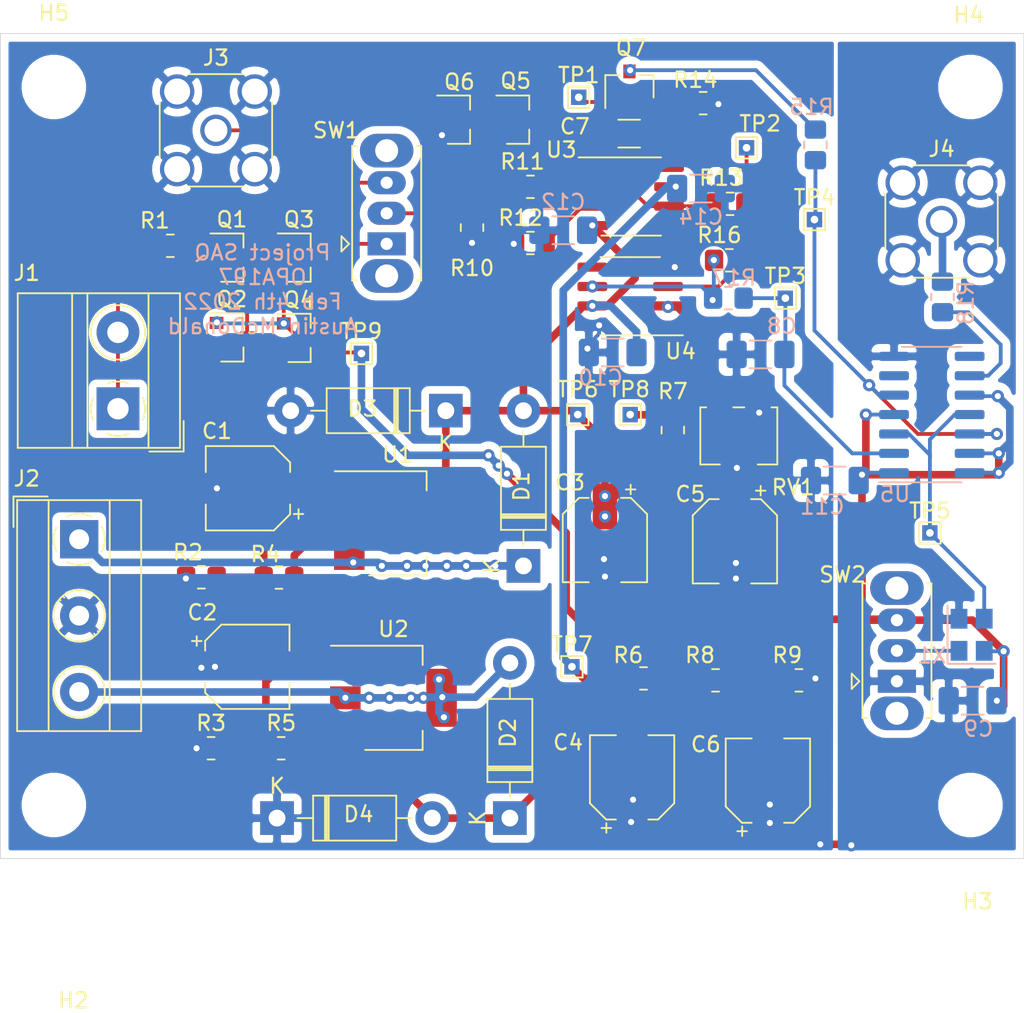
<source format=kicad_pcb>
(kicad_pcb (version 20171130) (host pcbnew "(5.1.8-0-10_14)")
  (layers (0 F.Cu signal) (31 B.Cu signal) (34 B.Paste user) (35 F.Paste user) (36 B.SilkS user) (37 F.SilkS user) (38 B.Mask user) (39 F.Mask user) (44 Edge.Cuts user))
  (net 0 "")
  (net 1 GND)
  (net 2 "Net-(C1-Pad1)")
  (net 3 "Net-(C2-Pad2)")
  (net 4 +3V3)
  (net 5 -3V3)
  (net 6 VDD)
  (net 7 VEE)
  (net 8 "Net-(C7-Pad2)")
  (net 9 "Net-(C7-Pad1)")
  (net 10 "Net-(C8-Pad1)")
  (net 11 "Net-(D1-Pad1)")
  (net 12 "Net-(D2-Pad2)")
  (net 13 "Net-(J1-Pad1)")
  (net 14 "Net-(J3-Pad1)")
  (net 15 "Net-(Q1-Pad1)")
  (net 16 "Net-(Q1-Pad2)")
  (net 17 "Net-(Q2-Pad1)")
  (net 18 "Net-(Q3-Pad3)")
  (net 19 "Net-(Q5-Pad1)")
  (net 20 "Net-(Q5-Pad2)")
  (net 21 "Net-(Q7-Pad3)")
  (net 22 "Net-(Q7-Pad2)")
  (net 23 "Net-(R6-Pad1)")
  (net 24 "Net-(R12-Pad2)")
  (net 25 "Net-(R13-Pad2)")
  (net 26 "Net-(R15-Pad2)")
  (net 27 "Net-(R16-Pad2)")
  (net 28 "Net-(R18-Pad1)")
  (net 29 "Net-(SW2-Pad2)")
  (net 30 "Net-(U3-Pad8)")
  (net 31 "Net-(U3-Pad5)")
  (net 32 "Net-(U3-Pad1)")
  (net 33 "Net-(U5-Pad6)")
  (net 34 CLK)
  (net 35 "Net-(J4-Pad1)")
  (net 36 "Net-(U5-Pad8)")
  (module Connector_Coaxial:SMA_Amphenol_132134_Vertical (layer F.Cu) (at 118.11 21.336)
    (fp_text reference J3 (at 0 -4.75) (layer F.SilkS))
    (fp_text value Conn_Coaxial)
    (pad 2 thru_hole circle (at -2.54 2.54) (size 2.25 2.25) (drill 1.7) (layers *.Cu *.Mask) (net 1 GND))
    (pad 2 thru_hole circle (at -2.54 -2.54) (size 2.25 2.25) (drill 1.7) (layers *.Cu *.Mask) (net 1 GND))
    (pad 2 thru_hole circle (at 2.54 -2.54) (size 2.25 2.25) (drill 1.7) (layers *.Cu *.Mask) (net 1 GND))
    (pad 2 thru_hole circle (at 2.54 2.54) (size 2.25 2.25) (drill 1.7) (layers *.Cu *.Mask) (net 1 GND))
    (pad 1 thru_hole circle (at 0 0) (size 2.05 2.05) (drill 1.5) (layers *.Cu *.Mask) (net 14 "Net-(J3-Pad1)"))
  )
  (module Package_SO:SOIC-14_3.9x8.7mm_P1.27mm (layer B.Cu) (at 164.973 39.9415)
    (fp_text reference U5 (at -2.413 5.207) (layer B.SilkS) (effects (justify mirror)))
    (fp_text value 74HC74)
    (pad 14 smd roundrect (at 2.475 3.81) (size 1.95 0.6) (layers B.Cu B.Paste B.Mask) (net 4 +3V3))
    (pad 13 smd roundrect (at 2.475 2.54) (size 1.95 0.6) (layers B.Cu B.Paste B.Mask) (net 4 +3V3))
    (pad 12 smd roundrect (at 2.475 1.27) (size 1.95 0.6) (layers B.Cu B.Paste B.Mask) (net 26 "Net-(R15-Pad2)"))
    (pad 11 smd roundrect (at 2.475 0) (size 1.95 0.6) (layers B.Cu B.Paste B.Mask) (net 34 CLK))
    (pad 10 smd roundrect (at 2.475 -1.27) (size 1.95 0.6) (layers B.Cu B.Paste B.Mask) (net 4 +3V3))
    (pad 9 smd roundrect (at 2.475 -2.54) (size 1.95 0.6) (layers B.Cu B.Paste B.Mask) (net 28 "Net-(R18-Pad1)"))
    (pad 8 smd roundrect (at 2.475 -3.81) (size 1.95 0.6) (layers B.Cu B.Paste B.Mask) (net 36 "Net-(U5-Pad8)"))
    (pad 7 smd roundrect (at -2.475 -3.81) (size 1.95 0.6) (layers B.Cu B.Paste B.Mask) (net 1 GND))
    (pad 6 smd roundrect (at -2.475 -2.54) (size 1.95 0.6) (layers B.Cu B.Paste B.Mask) (net 33 "Net-(U5-Pad6)"))
    (pad 5 smd roundrect (at -2.475 -1.27) (size 1.95 0.6) (layers B.Cu B.Paste B.Mask) (net 26 "Net-(R15-Pad2)"))
    (pad 4 smd roundrect (at -2.475 0) (size 1.95 0.6) (layers B.Cu B.Paste B.Mask) (net 4 +3V3))
    (pad 3 smd roundrect (at -2.475 1.27) (size 1.95 0.6) (layers B.Cu B.Paste B.Mask) (net 34 CLK))
    (pad 2 smd roundrect (at -2.475 2.54) (size 1.95 0.6) (layers B.Cu B.Paste B.Mask) (net 10 "Net-(C8-Pad1)"))
    (pad 1 smd roundrect (at -2.475 3.81) (size 1.95 0.6) (layers B.Cu B.Paste B.Mask) (net 4 +3V3))
  )
  (module Connector_Coaxial:SMA_Amphenol_132134_Vertical (layer F.Cu) (at 165.608 27.305)
    (fp_text reference J4 (at 0 -4.75) (layer F.SilkS))
    (fp_text value Conn_Coaxial)
    (pad 2 thru_hole circle (at -2.54 2.54) (size 2.25 2.25) (drill 1.7) (layers *.Cu *.Mask) (net 1 GND))
    (pad 2 thru_hole circle (at -2.54 -2.54) (size 2.25 2.25) (drill 1.7) (layers *.Cu *.Mask) (net 1 GND))
    (pad 2 thru_hole circle (at 2.54 -2.54) (size 2.25 2.25) (drill 1.7) (layers *.Cu *.Mask) (net 1 GND))
    (pad 2 thru_hole circle (at 2.54 2.54) (size 2.25 2.25) (drill 1.7) (layers *.Cu *.Mask) (net 1 GND))
    (pad 1 thru_hole circle (at 0 0) (size 2.05 2.05) (drill 1.5) (layers *.Cu *.Mask) (net 35 "Net-(J4-Pad1)"))
  )
  (module Capacitor_SMD:C_1206_3216Metric_Pad1.33x1.80mm_HandSolder (layer B.Cu) (at 149.86 25.146)
    (fp_text reference C14 (at 0 1.85) (layer B.SilkS) (effects (justify mirror)))
    (fp_text value 0.1u)
    (pad 2 smd roundrect (at 1.5625 0) (size 1.325 1.8) (layers B.Cu B.Paste B.Mask) (roundrect_rratio 0.188679) (net 1 GND))
    (pad 1 smd roundrect (at -1.5625 0) (size 1.325 1.8) (layers B.Cu B.Paste B.Mask) (roundrect_rratio 0.188679) (net 5 -3V3))
  )
  (module Capacitor_SMD:C_1206_3216Metric_Pad1.33x1.80mm_HandSolder (layer B.Cu) (at 140.843 27.8765 180)
    (fp_text reference C12 (at 0 1.85) (layer B.SilkS) (effects (justify mirror)))
    (fp_text value 0.1u)
    (pad 2 smd roundrect (at 1.5625 0 180) (size 1.325 1.8) (layers B.Cu B.Paste B.Mask) (roundrect_rratio 0.1886777358490566) (net 1 GND))
    (pad 1 smd roundrect (at -1.5625 0 180) (size 1.325 1.8) (layers B.Cu B.Paste B.Mask) (roundrect_rratio 0.1886777358490566) (net 4 +3V3))
  )
  (module Capacitor_SMD:C_1206_3216Metric_Pad1.33x1.80mm_HandSolder (layer B.Cu) (at 158.623 44.2595 180)
    (fp_text reference C11 (at 0.8255 -1.7145) (layer B.SilkS) (effects (justify mirror)))
    (fp_text value 0.1u)
    (pad 2 smd roundrect (at 1.5625 0 180) (size 1.325 1.8) (layers B.Cu B.Paste B.Mask) (roundrect_rratio 0.1886777358490566) (net 1 GND))
    (pad 1 smd roundrect (at -1.5625 0 180) (size 1.325 1.8) (layers B.Cu B.Paste B.Mask) (roundrect_rratio 0.1886777358490566) (net 4 +3V3))
  )
  (module Capacitor_SMD:C_1206_3216Metric_Pad1.33x1.80mm_HandSolder (layer B.Cu) (at 144.0815 35.8775 180)
    (fp_text reference C10 (at 0.787 -1.651) (layer B.SilkS) (effects (justify mirror)))
    (fp_text value 0.1u)
    (pad 2 smd roundrect (at 1.5625 0 180) (size 1.325 1.8) (layers B.Cu B.Paste B.Mask) (roundrect_rratio 0.1886777358490566) (net 1 GND))
    (pad 1 smd roundrect (at -1.5625 0 180) (size 1.325 1.8) (layers B.Cu B.Paste B.Mask) (roundrect_rratio 0.1886777358490566) (net 4 +3V3))
  )
  (module MountingHole:MountingHole_3.2mm_M3_DIN965 (layer F.Cu) (at 107.5 18.5)
    (fp_text reference H5 (at 0 -4.8475) (layer F.SilkS))
    (fp_text value MountingHole)
    (pad 1 np_thru_hole circle (at 0 0) (size 3.2 3.2) (drill 3.2) (layers *.Cu *.Mask))
  )
  (module MountingHole:MountingHole_3.2mm_M3_DIN965 (layer F.Cu) (at 167.5 18.5)
    (fp_text reference H4 (at -0.114 -4.7205) (layer F.SilkS))
    (fp_text value MountingHole)
    (pad 1 np_thru_hole circle (at 0 0) (size 3.2 3.2) (drill 3.2) (layers *.Cu *.Mask))
  )
  (module MountingHole:MountingHole_3.2mm_M3_DIN965 (layer F.Cu) (at 167.5 65.5)
    (fp_text reference H3 (at 0.4575 6.3185) (layer F.SilkS))
    (fp_text value MountingHole)
    (pad 1 np_thru_hole circle (at 0 0) (size 3.2 3.2) (drill 3.2) (layers *.Cu *.Mask))
  )
  (module MountingHole:MountingHole_3.2mm_M3_DIN965 (layer F.Cu) (at 107.5 65.5)
    (fp_text reference H2 (at 1.2755 12.7955) (layer F.SilkS))
    (fp_text value MountingHole)
    (pad 1 np_thru_hole circle (at 0 0) (size 3.2 3.2) (drill 3.2) (layers *.Cu *.Mask))
  )
  (module Package_SO:SOIC-8_3.9x4.9mm_P1.27mm (layer F.Cu) (at 145.226 32.1945 180)
    (fp_text reference U4 (at -3.29946 -3.60426) (layer F.SilkS))
    (fp_text value TLV3501)
    (pad 8 smd roundrect (at 2.475 -1.905 180) (size 1.95 0.6) (layers F.Cu F.Paste F.Mask) (net 1 GND))
    (pad 7 smd roundrect (at 2.475 -0.635 180) (size 1.95 0.6) (layers F.Cu F.Paste F.Mask) (net 4 +3V3))
    (pad 6 smd roundrect (at 2.475 0.635 180) (size 1.95 0.6) (layers F.Cu F.Paste F.Mask) (net 27 "Net-(R16-Pad2)"))
    (pad 5 smd roundrect (at 2.475 1.905 180) (size 1.95 0.6) (layers F.Cu F.Paste F.Mask))
    (pad 4 smd roundrect (at -2.475 1.905 180) (size 1.95 0.6) (layers F.Cu F.Paste F.Mask) (net 1 GND))
    (pad 3 smd roundrect (at -2.475 0.635 180) (size 1.95 0.6) (layers F.Cu F.Paste F.Mask) (net 25 "Net-(R13-Pad2)"))
    (pad 2 smd roundrect (at -2.475 -0.635 180) (size 1.95 0.6) (layers F.Cu F.Paste F.Mask) (net 6 VDD))
    (pad 1 smd roundrect (at -2.475 -1.905 180) (size 1.95 0.6) (layers F.Cu F.Paste F.Mask))
  )
  (module TestPoint:TestPoint_THTPad_1.0x1.0mm_Drill0.5mm (layer F.Cu) (at 127.635 35.941)
    (fp_text reference TP9 (at 0 -1.448) (layer F.SilkS))
    (fp_text value TestPoint_Alt)
    (pad 1 thru_hole rect (at 0 0) (size 1 1) (drill 0.5) (layers *.Cu *.Mask) (net 7 VEE))
  )
  (module TestPoint:TestPoint_THTPad_1.0x1.0mm_Drill0.5mm (layer F.Cu) (at 145.2245 39.9415)
    (fp_text reference TP8 (at -0.0635 -1.651) (layer F.SilkS))
    (fp_text value TestPoint_Alt)
    (pad 1 thru_hole rect (at 0 0) (size 1 1) (drill 0.5) (layers *.Cu *.Mask) (net 6 VDD))
  )
  (module TestPoint:TestPoint_THTPad_1.0x1.0mm_Drill0.5mm (layer F.Cu) (at 141.4145 56.4515)
    (fp_text reference TP7 (at 0 -1.448) (layer F.SilkS))
    (fp_text value TestPoint_Alt)
    (pad 1 thru_hole rect (at 0 0) (size 1 1) (drill 0.5) (layers *.Cu *.Mask) (net 5 -3V3))
  )
  (module TestPoint:TestPoint_THTPad_1.0x1.0mm_Drill0.5mm (layer F.Cu) (at 141.7955 39.9415)
    (fp_text reference TP6 (at 0 -1.651) (layer F.SilkS))
    (fp_text value TestPoint_Alt)
    (pad 1 thru_hole rect (at 0 0) (size 1 1) (drill 0.5) (layers *.Cu *.Mask) (net 4 +3V3))
  )
  (module TestPoint:TestPoint_THTPad_1.0x1.0mm_Drill0.5mm (layer F.Cu) (at 164.846 47.6885)
    (fp_text reference TP5 (at 0 -1.448) (layer F.SilkS))
    (fp_text value TestPoint_Alt)
    (pad 1 thru_hole rect (at 0 0) (size 1 1) (drill 0.5) (layers *.Cu *.Mask) (net 34 CLK))
  )
  (module TestPoint:TestPoint_THTPad_1.0x1.0mm_Drill0.5mm (layer F.Cu) (at 157.2895 27.178)
    (fp_text reference TP4 (at 0 -1.448) (layer F.SilkS))
    (fp_text value TestPoint_Alt)
    (pad 1 thru_hole rect (at 0 0) (size 1 1) (drill 0.5) (layers *.Cu *.Mask) (net 26 "Net-(R15-Pad2)"))
  )
  (module TestPoint:TestPoint_THTPad_1.0x1.0mm_Drill0.5mm (layer F.Cu) (at 155.3845 32.3215)
    (fp_text reference TP3 (at 0 -1.448) (layer F.SilkS))
    (fp_text value TestPoint_Alt)
    (pad 1 thru_hole rect (at 0 0) (size 1 1) (drill 0.5) (layers *.Cu *.Mask) (net 10 "Net-(C8-Pad1)"))
  )
  (module TestPoint:TestPoint_THTPad_1.0x1.0mm_Drill0.5mm (layer F.Cu) (at 152.8445 22.479)
    (fp_text reference TP2 (at 0.889 -1.5875) (layer F.SilkS))
    (fp_text value TestPoint_Alt)
    (pad 1 thru_hole rect (at 0 0) (size 1 1) (drill 0.5) (layers *.Cu *.Mask) (net 25 "Net-(R13-Pad2)"))
  )
  (module TestPoint:TestPoint_THTPad_1.0x1.0mm_Drill0.5mm (layer F.Cu) (at 141.859 19.177)
    (fp_text reference TP1 (at 0 -1.448) (layer F.SilkS))
    (fp_text value TestPoint_Alt)
    (pad 1 thru_hole rect (at 0 0) (size 1 1) (drill 0.5) (layers *.Cu *.Mask) (net 9 "Net-(C7-Pad1)"))
  )
  (module Oscillator:Oscillator_SMD_Abracon_ASE-4Pin_3.2x2.5mm (layer B.Cu) (at 167.5765 54.356 90)
    (fp_text reference X1 (at -1.3675 -2.603 180) (layer B.SilkS) (effects (justify mirror)))
    (fp_text value ASE-10.0MHz)
    (pad 4 smd rect (at -1.05 0.825 90) (size 1.3 1.1) (layers B.Cu B.Paste B.Mask) (net 4 +3V3))
    (pad 3 smd rect (at 1.05 0.825 90) (size 1.3 1.1) (layers B.Cu B.Paste B.Mask) (net 34 CLK))
    (pad 2 smd rect (at 1.05 -0.825 90) (size 1.3 1.1) (layers B.Cu B.Paste B.Mask) (net 1 GND))
    (pad 1 smd rect (at -1.05 -0.825 90) (size 1.3 1.1) (layers B.Cu B.Paste B.Mask) (net 29 "Net-(SW2-Pad2)"))
  )
  (module Package_SO:SOIC-8_3.9x4.9mm_P1.27mm (layer F.Cu) (at 145.29562 25.6667)
    (fp_text reference U3 (at -4.57962 -3.0607) (layer F.SilkS))
    (fp_text value OPA197xD)
    (pad 8 smd roundrect (at 2.475 -1.905) (size 1.95 0.6) (layers F.Cu F.Paste F.Mask) (net 30 "Net-(U3-Pad8)"))
    (pad 7 smd roundrect (at 2.475 -0.635) (size 1.95 0.6) (layers F.Cu F.Paste F.Mask) (net 5 -3V3))
    (pad 6 smd roundrect (at 2.475 0.635) (size 1.95 0.6) (layers F.Cu F.Paste F.Mask) (net 8 "Net-(C7-Pad2)"))
    (pad 5 smd roundrect (at 2.475 1.905) (size 1.95 0.6) (layers F.Cu F.Paste F.Mask) (net 31 "Net-(U3-Pad5)"))
    (pad 4 smd roundrect (at -2.475 1.905) (size 1.95 0.6) (layers F.Cu F.Paste F.Mask) (net 4 +3V3))
    (pad 3 smd roundrect (at -2.475 0.635) (size 1.95 0.6) (layers F.Cu F.Paste F.Mask) (net 24 "Net-(R12-Pad2)"))
    (pad 2 smd roundrect (at -2.475 -0.635) (size 1.95 0.6) (layers F.Cu F.Paste F.Mask) (net 9 "Net-(C7-Pad1)"))
    (pad 1 smd roundrect (at -2.475 -1.905) (size 1.95 0.6) (layers F.Cu F.Paste F.Mask) (net 32 "Net-(U3-Pad1)"))
  )
  (module Package_TO_SOT_SMD:SOT-223-3_TabPin2 (layer F.Cu) (at 129.7305 58.4835)
    (fp_text reference U2 (at 0 -4.5) (layer F.SilkS))
    (fp_text value LM337_SOT223)
    (pad 1 smd rect (at -3.15 -2.3) (size 2 1.5) (layers F.Cu F.Paste F.Mask) (net 3 "Net-(C2-Pad2)"))
    (pad 3 smd rect (at -3.15 2.3) (size 2 1.5) (layers F.Cu F.Paste F.Mask) (net 5 -3V3))
    (pad 2 smd rect (at -3.15 0) (size 2 1.5) (layers F.Cu F.Paste F.Mask) (net 12 "Net-(D2-Pad2)"))
    (pad 2 smd rect (at 3.15 0) (size 2 3.8) (layers F.Cu F.Paste F.Mask) (net 12 "Net-(D2-Pad2)"))
  )
  (module Package_TO_SOT_SMD:SOT-223-3_TabPin2 (layer F.Cu) (at 129.99172 47.06112)
    (fp_text reference U1 (at 0 -4.5) (layer F.SilkS))
    (fp_text value LM317_SOT-223)
    (pad 1 smd rect (at -3.15 -2.3) (size 2 1.5) (layers F.Cu F.Paste F.Mask) (net 2 "Net-(C1-Pad1)"))
    (pad 3 smd rect (at -3.15 2.3) (size 2 1.5) (layers F.Cu F.Paste F.Mask) (net 11 "Net-(D1-Pad1)"))
    (pad 2 smd rect (at -3.15 0) (size 2 1.5) (layers F.Cu F.Paste F.Mask) (net 4 +3V3))
    (pad 2 smd rect (at 3.15 0) (size 2 3.8) (layers F.Cu F.Paste F.Mask) (net 4 +3V3))
  )
  (module Button_Switch_THT:SW_Slide_1P2T_CK_OS102011MS2Q (layer F.Cu) (at 162.687 57.3995 90)
    (fp_text reference SW2 (at 6.9805 -3.556 180) (layer F.SilkS))
    (fp_text value SW_SPDT)
    (pad "" thru_hole oval (at 6.1 0 90) (size 2.2 3.5) (drill 1.5) (layers *.Cu *.Mask))
    (pad "" thru_hole oval (at -2.1 0 90) (size 2.2 3.5) (drill 1.5) (layers *.Cu *.Mask))
    (pad 3 thru_hole oval (at 4 0 90) (size 1.5 2.5) (drill 0.8) (layers *.Cu *.Mask) (net 4 +3V3))
    (pad 2 thru_hole oval (at 2 0 90) (size 1.5 2.5) (drill 0.8) (layers *.Cu *.Mask) (net 29 "Net-(SW2-Pad2)"))
    (pad 1 thru_hole rect (at 0 0 90) (size 1.5 2.5) (drill 0.8) (layers *.Cu *.Mask) (net 1 GND))
  )
  (module Button_Switch_THT:SW_Slide_1P2T_CK_OS102011MS2Q (layer F.Cu) (at 129.286 28.7655 90)
    (fp_text reference SW1 (at 7.4295 -3.302 180) (layer F.SilkS))
    (fp_text value SW_SPDT)
    (pad "" thru_hole oval (at 6.1 0 90) (size 2.2 3.5) (drill 1.5) (layers *.Cu *.Mask))
    (pad "" thru_hole oval (at -2.1 0 90) (size 2.2 3.5) (drill 1.5) (layers *.Cu *.Mask))
    (pad 3 thru_hole oval (at 4 0 90) (size 1.5 2.5) (drill 0.8) (layers *.Cu *.Mask) (net 14 "Net-(J3-Pad1)"))
    (pad 2 thru_hole oval (at 2 0 90) (size 1.5 2.5) (drill 0.8) (layers *.Cu *.Mask) (net 20 "Net-(Q5-Pad2)"))
    (pad 1 thru_hole rect (at 0 0 90) (size 1.5 2.5) (drill 0.8) (layers *.Cu *.Mask) (net 18 "Net-(Q3-Pad3)"))
  )
  (module Potentiometer_SMD:Potentiometer_Bourns_3214W_Vertical (layer F.Cu) (at 152.3365 41.3385)
    (fp_text reference RV1 (at 3.556 3.3655) (layer F.SilkS))
    (fp_text value 0->10k)
    (pad 3 smd rect (at -1.25 -1.45) (size 1.3 1.6) (layers F.Cu F.Paste F.Mask) (net 6 VDD))
    (pad 2 smd rect (at 0 1.45) (size 2 1.6) (layers F.Cu F.Paste F.Mask) (net 1 GND))
    (pad 1 smd rect (at 1.25 -1.45) (size 1.3 1.6) (layers F.Cu F.Paste F.Mask) (net 1 GND))
  )
  (module Resistor_SMD:R_0805_2012Metric_Pad1.20x1.40mm_HandSolder (layer B.Cu) (at 165.6715 32.242 90)
    (fp_text reference R18 (at -0.381 1.524 90) (layer B.SilkS) (effects (justify mirror)))
    (fp_text value 50)
    (pad 2 smd roundrect (at 1 0 90) (size 1.2 1.4) (layers B.Cu B.Paste B.Mask) (roundrect_rratio 0.2083325) (net 35 "Net-(J4-Pad1)"))
    (pad 1 smd roundrect (at -1 0 90) (size 1.2 1.4) (layers B.Cu B.Paste B.Mask) (roundrect_rratio 0.2083325) (net 28 "Net-(R18-Pad1)"))
  )
  (module Resistor_SMD:R_0805_2012Metric_Pad1.20x1.40mm_HandSolder (layer B.Cu) (at 151.654 32.3215)
    (fp_text reference R17 (at 0.365 -1.3335) (layer B.SilkS) (effects (justify mirror)))
    (fp_text value 50)
    (pad 2 smd roundrect (at 1 0) (size 1.2 1.4) (layers B.Cu B.Paste B.Mask) (roundrect_rratio 0.2083325) (net 10 "Net-(C8-Pad1)"))
    (pad 1 smd roundrect (at -1 0) (size 1.2 1.4) (layers B.Cu B.Paste B.Mask) (roundrect_rratio 0.2083325) (net 27 "Net-(R16-Pad2)"))
  )
  (module Resistor_SMD:R_0805_2012Metric_Pad1.20x1.40mm_HandSolder (layer F.Cu) (at 151.7175 29.845 180)
    (fp_text reference R16 (at 0.651 1.651) (layer F.SilkS))
    (fp_text value 5Meg)
    (pad 2 smd roundrect (at 1 0 180) (size 1.2 1.4) (layers F.Cu F.Paste F.Mask) (roundrect_rratio 0.2083325) (net 27 "Net-(R16-Pad2)"))
    (pad 1 smd roundrect (at -1 0 180) (size 1.2 1.4) (layers F.Cu F.Paste F.Mask) (roundrect_rratio 0.2083325) (net 25 "Net-(R13-Pad2)"))
  )
  (module Resistor_SMD:R_0805_2012Metric_Pad1.20x1.40mm_HandSolder (layer B.Cu) (at 157.353 22.2885 270)
    (fp_text reference R15 (at -2.4765 0.254 180) (layer B.SilkS) (effects (justify mirror)))
    (fp_text value 50)
    (pad 2 smd roundrect (at 1 0 270) (size 1.2 1.4) (layers B.Cu B.Paste B.Mask) (roundrect_rratio 0.2083325) (net 26 "Net-(R15-Pad2)"))
    (pad 1 smd roundrect (at -1 0 270) (size 1.2 1.4) (layers B.Cu B.Paste B.Mask) (roundrect_rratio 0.2083325) (net 21 "Net-(Q7-Pad3)"))
  )
  (module Resistor_SMD:R_0805_2012Metric_Pad1.20x1.40mm_HandSolder (layer F.Cu) (at 150.003 19.558 180)
    (fp_text reference R14 (at 0.508 1.524) (layer F.SilkS))
    (fp_text value 100k)
    (pad 2 smd roundrect (at 1 0 180) (size 1.2 1.4) (layers F.Cu F.Paste F.Mask) (roundrect_rratio 0.2083325) (net 22 "Net-(Q7-Pad2)"))
    (pad 1 smd roundrect (at -1 0 180) (size 1.2 1.4) (layers F.Cu F.Paste F.Mask) (roundrect_rratio 0.2083325) (net 1 GND))
  )
  (module Resistor_SMD:R_0805_2012Metric_Pad1.20x1.40mm_HandSolder (layer F.Cu) (at 151.765 26.146)
    (fp_text reference R13 (at -0.5715 -1.6985) (layer F.SilkS))
    (fp_text value 1k)
    (pad 2 smd roundrect (at 1 0) (size 1.2 1.4) (layers F.Cu F.Paste F.Mask) (roundrect_rratio 0.2083325) (net 25 "Net-(R13-Pad2)"))
    (pad 1 smd roundrect (at -1 0) (size 1.2 1.4) (layers F.Cu F.Paste F.Mask) (roundrect_rratio 0.2083325) (net 8 "Net-(C7-Pad2)"))
  )
  (module Resistor_SMD:R_0805_2012Metric_Pad1.20x1.40mm_HandSolder (layer F.Cu) (at 138.6934 28.71216)
    (fp_text reference R12 (at -0.6444 -1.65) (layer F.SilkS))
    (fp_text value 100)
    (pad 2 smd roundrect (at 1 0) (size 1.2 1.4) (layers F.Cu F.Paste F.Mask) (roundrect_rratio 0.2083325) (net 24 "Net-(R12-Pad2)"))
    (pad 1 smd roundrect (at -1 0) (size 1.2 1.4) (layers F.Cu F.Paste F.Mask) (roundrect_rratio 0.2083325) (net 1 GND))
  )
  (module Resistor_SMD:R_0805_2012Metric_Pad1.20x1.40mm_HandSolder (layer F.Cu) (at 138.6934 25.03424)
    (fp_text reference R11 (at -0.5174 -1.65) (layer F.SilkS))
    (fp_text value 100)
    (pad 2 smd roundrect (at 1 0) (size 1.2 1.4) (layers F.Cu F.Paste F.Mask) (roundrect_rratio 0.2083325) (net 9 "Net-(C7-Pad1)"))
    (pad 1 smd roundrect (at -1 0) (size 1.2 1.4) (layers F.Cu F.Paste F.Mask) (roundrect_rratio 0.2083325) (net 20 "Net-(Q5-Pad2)"))
  )
  (module Resistor_SMD:R_0805_2012Metric_Pad1.20x1.40mm_HandSolder (layer F.Cu) (at 134.874 27.702 90)
    (fp_text reference R10 (at -2.651 0 180) (layer F.SilkS))
    (fp_text value 1Meg)
    (pad 2 smd roundrect (at 1 0 90) (size 1.2 1.4) (layers F.Cu F.Paste F.Mask) (roundrect_rratio 0.2083325) (net 20 "Net-(Q5-Pad2)"))
    (pad 1 smd roundrect (at -1 0 90) (size 1.2 1.4) (layers F.Cu F.Paste F.Mask) (roundrect_rratio 0.2083325) (net 1 GND))
  )
  (module Resistor_SMD:R_0805_2012Metric_Pad1.20x1.40mm_HandSolder (layer F.Cu) (at 156.2735 57.3405 180)
    (fp_text reference R9 (at 0.762 1.651) (layer F.SilkS))
    (fp_text value 1k)
    (pad 2 smd roundrect (at 1 0 180) (size 1.2 1.4) (layers F.Cu F.Paste F.Mask) (roundrect_rratio 0.2083325) (net 7 VEE))
    (pad 1 smd roundrect (at -1 0 180) (size 1.2 1.4) (layers F.Cu F.Paste F.Mask) (roundrect_rratio 0.2083325) (net 1 GND))
  )
  (module Resistor_SMD:R_0805_2012Metric_Pad1.20x1.40mm_HandSolder (layer F.Cu) (at 150.8125 57.3405 180)
    (fp_text reference R8 (at 1.016 1.651) (layer F.SilkS))
    (fp_text value 1k)
    (pad 2 smd roundrect (at 1 0 180) (size 1.2 1.4) (layers F.Cu F.Paste F.Mask) (roundrect_rratio 0.2083325) (net 23 "Net-(R6-Pad1)"))
    (pad 1 smd roundrect (at -1 0 180) (size 1.2 1.4) (layers F.Cu F.Paste F.Mask) (roundrect_rratio 0.2083325) (net 7 VEE))
  )
  (module Resistor_SMD:R_0805_2012Metric_Pad1.20x1.40mm_HandSolder (layer F.Cu) (at 148.0185 40.9575 270)
    (fp_text reference R7 (at -2.54 0 180) (layer F.SilkS))
    (fp_text value 1k)
    (pad 2 smd roundrect (at 1 0 270) (size 1.2 1.4) (layers F.Cu F.Paste F.Mask) (roundrect_rratio 0.2083325) (net 4 +3V3))
    (pad 1 smd roundrect (at -1 0 270) (size 1.2 1.4) (layers F.Cu F.Paste F.Mask) (roundrect_rratio 0.2083325) (net 6 VDD))
  )
  (module Resistor_SMD:R_0805_2012Metric_Pad1.20x1.40mm_HandSolder (layer F.Cu) (at 146.0975 57.2135 180)
    (fp_text reference R6 (at 1 1.524) (layer F.SilkS))
    (fp_text value 1k)
    (pad 2 smd roundrect (at 1 0 180) (size 1.2 1.4) (layers F.Cu F.Paste F.Mask) (roundrect_rratio 0.2083325) (net 5 -3V3))
    (pad 1 smd roundrect (at -1 0 180) (size 1.2 1.4) (layers F.Cu F.Paste F.Mask) (roundrect_rratio 0.2083325) (net 23 "Net-(R6-Pad1)"))
  )
  (module Resistor_SMD:R_0805_2012Metric_Pad1.20x1.40mm_HandSolder (layer F.Cu) (at 122.3805 61.7855)
    (fp_text reference R5 (at 0 -1.65) (layer F.SilkS))
    (fp_text value 1k)
    (pad 2 smd roundrect (at 1 0) (size 1.2 1.4) (layers F.Cu F.Paste F.Mask) (roundrect_rratio 0.2083325) (net 5 -3V3))
    (pad 1 smd roundrect (at -1 0) (size 1.2 1.4) (layers F.Cu F.Paste F.Mask) (roundrect_rratio 0.2083325) (net 3 "Net-(C2-Pad2)"))
  )
  (module Resistor_SMD:R_0805_2012Metric_Pad1.20x1.40mm_HandSolder (layer F.Cu) (at 122.2375 50.6095 180)
    (fp_text reference R4 (at 0.889 1.524) (layer F.SilkS))
    (fp_text value 1k)
    (pad 2 smd roundrect (at 1 0 180) (size 1.2 1.4) (layers F.Cu F.Paste F.Mask) (roundrect_rratio 0.2083325) (net 2 "Net-(C1-Pad1)"))
    (pad 1 smd roundrect (at -1 0 180) (size 1.2 1.4) (layers F.Cu F.Paste F.Mask) (roundrect_rratio 0.2083325) (net 4 +3V3))
  )
  (module Resistor_SMD:R_0805_2012Metric_Pad1.20x1.40mm_HandSolder (layer F.Cu) (at 117.7925 61.7855)
    (fp_text reference R3 (at 0 -1.65) (layer F.SilkS))
    (fp_text value 1.5k)
    (pad 2 smd roundrect (at 1 0) (size 1.2 1.4) (layers F.Cu F.Paste F.Mask) (roundrect_rratio 0.2083325) (net 3 "Net-(C2-Pad2)"))
    (pad 1 smd roundrect (at -1 0) (size 1.2 1.4) (layers F.Cu F.Paste F.Mask) (roundrect_rratio 0.2083325) (net 1 GND))
  )
  (module Resistor_SMD:R_0805_2012Metric_Pad1.20x1.40mm_HandSolder (layer F.Cu) (at 117.1575 50.5935 180)
    (fp_text reference R2 (at 0.889 1.635) (layer F.SilkS))
    (fp_text value 1.5k)
    (pad 2 smd roundrect (at 1 0 180) (size 1.2 1.4) (layers F.Cu F.Paste F.Mask) (roundrect_rratio 0.2083325) (net 1 GND))
    (pad 1 smd roundrect (at -1 0 180) (size 1.2 1.4) (layers F.Cu F.Paste F.Mask) (roundrect_rratio 0.2083325) (net 2 "Net-(C1-Pad1)"))
  )
  (module Resistor_SMD:R_0805_2012Metric_Pad1.20x1.40mm_HandSolder (layer F.Cu) (at 115.1255 28.8925 180)
    (fp_text reference R1 (at 1.016 1.651) (layer F.SilkS))
    (fp_text value 100Meg)
    (pad 2 smd roundrect (at 1 0 180) (size 1.2 1.4) (layers F.Cu F.Paste F.Mask) (roundrect_rratio 0.2083325) (net 13 "Net-(J1-Pad1)"))
    (pad 1 smd roundrect (at -1 0 180) (size 1.2 1.4) (layers F.Cu F.Paste F.Mask) (roundrect_rratio 0.2083325) (net 15 "Net-(Q1-Pad1)"))
  )
  (module Package_TO_SOT_SMD:SOT-23 (layer F.Cu) (at 145.177 18.481 90)
    (fp_text reference Q7 (at 2.5425 0.111 180) (layer F.SilkS))
    (fp_text value SST112)
    (pad 3 smd rect (at 1 0 90) (size 0.9 0.8) (layers F.Cu F.Paste F.Mask) (net 21 "Net-(Q7-Pad3)"))
    (pad 2 smd rect (at -1 0.95 90) (size 0.9 0.8) (layers F.Cu F.Paste F.Mask) (net 22 "Net-(Q7-Pad2)"))
    (pad 1 smd rect (at -1 -0.95 90) (size 0.9 0.8) (layers F.Cu F.Paste F.Mask) (net 9 "Net-(C7-Pad1)"))
  )
  (module Package_TO_SOT_SMD:SOT-23 (layer F.Cu) (at 133.985 20.6375)
    (fp_text reference Q6 (at 0.0635 -2.4765) (layer F.SilkS))
    (fp_text value 2SC5095)
    (pad 3 smd rect (at 1 0) (size 0.9 0.8) (layers F.Cu F.Paste F.Mask) (net 19 "Net-(Q5-Pad1)"))
    (pad 2 smd rect (at -1 0.95) (size 0.9 0.8) (layers F.Cu F.Paste F.Mask) (net 1 GND))
    (pad 1 smd rect (at -1 -0.95) (size 0.9 0.8) (layers F.Cu F.Paste F.Mask) (net 19 "Net-(Q5-Pad1)"))
  )
  (module Package_TO_SOT_SMD:SOT-23 (layer F.Cu) (at 137.8585 20.6375)
    (fp_text reference Q5 (at -0.127 -2.54) (layer F.SilkS))
    (fp_text value 2SC5095)
    (pad 3 smd rect (at 1 0) (size 0.9 0.8) (layers F.Cu F.Paste F.Mask) (net 19 "Net-(Q5-Pad1)"))
    (pad 2 smd rect (at -1 0.95) (size 0.9 0.8) (layers F.Cu F.Paste F.Mask) (net 20 "Net-(Q5-Pad2)"))
    (pad 1 smd rect (at -1 -0.95) (size 0.9 0.8) (layers F.Cu F.Paste F.Mask) (net 19 "Net-(Q5-Pad1)"))
  )
  (module Package_TO_SOT_SMD:SOT-23 (layer F.Cu) (at 123.55068 34.925)
    (fp_text reference Q4 (at 0 -2.5) (layer F.SilkS))
    (fp_text value H10)
    (pad 3 smd rect (at 1 0) (size 0.9 0.8) (layers F.Cu F.Paste F.Mask) (net 17 "Net-(Q2-Pad1)"))
    (pad 2 smd rect (at -1 0.95) (size 0.9 0.8) (layers F.Cu F.Paste F.Mask) (net 7 VEE))
    (pad 1 smd rect (at -1 -0.95) (size 0.9 0.8) (layers F.Cu F.Paste F.Mask) (net 17 "Net-(Q2-Pad1)"))
  )
  (module Package_TO_SOT_SMD:SOT-23 (layer F.Cu) (at 123.55068 29.6672)
    (fp_text reference Q3 (at 0 -2.5) (layer F.SilkS))
    (fp_text value H10)
    (pad 3 smd rect (at 1 0) (size 0.9 0.8) (layers F.Cu F.Paste F.Mask) (net 18 "Net-(Q3-Pad3)"))
    (pad 2 smd rect (at -1 0.95) (size 0.9 0.8) (layers F.Cu F.Paste F.Mask) (net 17 "Net-(Q2-Pad1)"))
    (pad 1 smd rect (at -1 -0.95) (size 0.9 0.8) (layers F.Cu F.Paste F.Mask) (net 15 "Net-(Q1-Pad1)"))
  )
  (module Package_TO_SOT_SMD:SOT-23 (layer F.Cu) (at 119.1514 34.89198)
    (fp_text reference Q2 (at 0 -2.5) (layer F.SilkS))
    (fp_text value H10)
    (pad 3 smd rect (at 1 0) (size 0.9 0.8) (layers F.Cu F.Paste F.Mask) (net 16 "Net-(Q1-Pad2)"))
    (pad 2 smd rect (at -1 0.95) (size 0.9 0.8) (layers F.Cu F.Paste F.Mask) (net 7 VEE))
    (pad 1 smd rect (at -1 -0.95) (size 0.9 0.8) (layers F.Cu F.Paste F.Mask) (net 17 "Net-(Q2-Pad1)"))
  )
  (module Package_TO_SOT_SMD:SOT-23 (layer F.Cu) (at 119.1514 29.6672)
    (fp_text reference Q1 (at 0 -2.5) (layer F.SilkS))
    (fp_text value H10)
    (pad 3 smd rect (at 1 0) (size 0.9 0.8) (layers F.Cu F.Paste F.Mask) (net 15 "Net-(Q1-Pad1)"))
    (pad 2 smd rect (at -1 0.95) (size 0.9 0.8) (layers F.Cu F.Paste F.Mask) (net 16 "Net-(Q1-Pad2)"))
    (pad 1 smd rect (at -1 -0.95) (size 0.9 0.8) (layers F.Cu F.Paste F.Mask) (net 15 "Net-(Q1-Pad1)"))
  )
  (module TerminalBlock_MetzConnect:TerminalBlock_MetzConnect_Type055_RT01503HDWU_1x03_P5.00mm_Horizontal (layer F.Cu) (at 109.1565 48.1025 270)
    (fp_text reference J2 (at -3.97 3.429 180) (layer F.SilkS))
    (fp_text value Power_IN)
    (pad 3 thru_hole circle (at 10 0 270) (size 2.5 2.5) (drill 1.3) (layers *.Cu *.Mask) (net 12 "Net-(D2-Pad2)"))
    (pad 2 thru_hole circle (at 5 0 270) (size 2.5 2.5) (drill 1.3) (layers *.Cu *.Mask) (net 1 GND))
    (pad 1 thru_hole rect (at 0 0 270) (size 2.5 2.5) (drill 1.3) (layers *.Cu *.Mask) (net 11 "Net-(D1-Pad1)"))
  )
  (module TerminalBlock_MetzConnect:TerminalBlock_MetzConnect_Type011_RT05502HBWC_1x02_P5.00mm_Horizontal (layer F.Cu) (at 111.6965 39.5605 90)
    (fp_text reference J1 (at 8.89 -5.969 180) (layer F.SilkS))
    (fp_text value Current_Set)
    (pad 2 thru_hole circle (at 5 0 90) (size 2.8 2.8) (drill 1.4) (layers *.Cu *.Mask) (net 13 "Net-(J1-Pad1)"))
    (pad 1 thru_hole rect (at 0 0 90) (size 2.8 2.8) (drill 1.4) (layers *.Cu *.Mask) (net 13 "Net-(J1-Pad1)"))
  )
  (module Diode_THT:D_DO-41_SOD81_P10.16mm_Horizontal (layer F.Cu) (at 122.1105 66.3575)
    (fp_text reference D4 (at 5.334 -0.254) (layer F.SilkS))
    (fp_text value 1N4002)
    (fp_text user K (at 0 -2.1) (layer F.SilkS))
    (pad 2 thru_hole oval (at 10.16 0) (size 2.2 2.2) (drill 1.1) (layers *.Cu *.Mask) (net 5 -3V3))
    (pad 1 thru_hole rect (at 0 0) (size 2.2 2.2) (drill 1.1) (layers *.Cu *.Mask) (net 1 GND))
  )
  (module Diode_THT:D_DO-41_SOD81_P10.16mm_Horizontal (layer F.Cu) (at 133.1595 39.6875 180)
    (fp_text reference D3 (at 5.461 0.127) (layer F.SilkS))
    (fp_text value 1N4002)
    (fp_text user K (at 0 -2.1) (layer F.SilkS))
    (pad 2 thru_hole oval (at 10.16 0 180) (size 2.2 2.2) (drill 1.1) (layers *.Cu *.Mask) (net 1 GND))
    (pad 1 thru_hole rect (at 0 0 180) (size 2.2 2.2) (drill 1.1) (layers *.Cu *.Mask) (net 4 +3V3))
  )
  (module Diode_THT:D_DO-41_SOD81_P10.16mm_Horizontal (layer F.Cu) (at 137.3505 66.3575 90)
    (fp_text reference D2 (at 5.588 -0.127 90) (layer F.SilkS))
    (fp_text value 1N4002)
    (fp_text user K (at 0 -2.1 90) (layer F.SilkS))
    (pad 2 thru_hole oval (at 10.16 0 90) (size 2.2 2.2) (drill 1.1) (layers *.Cu *.Mask) (net 12 "Net-(D2-Pad2)"))
    (pad 1 thru_hole rect (at 0 0 90) (size 2.2 2.2) (drill 1.1) (layers *.Cu *.Mask) (net 5 -3V3))
  )
  (module Diode_THT:D_DO-41_SOD81_P10.16mm_Horizontal (layer F.Cu) (at 138.2395 49.8475 90)
    (fp_text reference D1 (at 5.207 -0.127 90) (layer F.SilkS))
    (fp_text value 1N4002)
    (fp_text user K (at 0 -2.1 90) (layer F.SilkS))
    (pad 2 thru_hole oval (at 10.16 0 90) (size 2.2 2.2) (drill 1.1) (layers *.Cu *.Mask) (net 4 +3V3))
    (pad 1 thru_hole rect (at 0 0 90) (size 2.2 2.2) (drill 1.1) (layers *.Cu *.Mask) (net 11 "Net-(D1-Pad1)"))
  )
  (module Capacitor_SMD:C_1206_3216Metric_Pad1.33x1.80mm_HandSolder (layer B.Cu) (at 167.64 58.674 180)
    (fp_text reference C9 (at -0.381 -1.8415) (layer B.SilkS) (effects (justify mirror)))
    (fp_text value 0.01u)
    (pad 2 smd roundrect (at 1.5625 0 180) (size 1.325 1.8) (layers B.Cu B.Paste B.Mask) (roundrect_rratio 0.1886777358490566) (net 1 GND))
    (pad 1 smd roundrect (at -1.5625 0 180) (size 1.325 1.8) (layers B.Cu B.Paste B.Mask) (roundrect_rratio 0.1886777358490566) (net 4 +3V3))
  )
  (module Capacitor_SMD:C_1206_3216Metric_Pad1.33x1.80mm_HandSolder (layer B.Cu) (at 153.7585 36.0045 180)
    (fp_text reference C8 (at -1.397 1.85) (layer B.SilkS) (effects (justify mirror)))
    (fp_text value 50n)
    (pad 2 smd roundrect (at 1.5625 0 180) (size 1.325 1.8) (layers B.Cu B.Paste B.Mask) (roundrect_rratio 0.1886777358490566) (net 1 GND))
    (pad 1 smd roundrect (at -1.5625 0 180) (size 1.325 1.8) (layers B.Cu B.Paste B.Mask) (roundrect_rratio 0.1886777358490566) (net 10 "Net-(C8-Pad1)"))
  )
  (module Capacitor_SMD:C_1206_3216Metric_Pad1.33x1.80mm_HandSolder (layer F.Cu) (at 145.161 21.5515)
    (fp_text reference C7 (at -3.556 -0.4695) (layer F.SilkS))
    (fp_text value 10p)
    (pad 2 smd roundrect (at 1.5625 0) (size 1.325 1.8) (layers F.Cu F.Paste F.Mask) (roundrect_rratio 0.1886777358490566) (net 8 "Net-(C7-Pad2)"))
    (pad 1 smd roundrect (at -1.5625 0) (size 1.325 1.8) (layers F.Cu F.Paste F.Mask) (roundrect_rratio 0.1886777358490566) (net 9 "Net-(C7-Pad1)"))
  )
  (module Capacitor_SMD:CP_Elec_5x5.3 (layer F.Cu) (at 154.2415 63.9035 90)
    (fp_text reference C6 (at 2.372 -4.064 180) (layer F.SilkS))
    (fp_text value 22u)
    (pad 2 smd roundrect (at 2.2 0 90) (size 3 1.6) (layers F.Cu F.Paste F.Mask) (roundrect_rratio 0.15625) (net 7 VEE))
    (pad 1 smd roundrect (at -2.2 0 90) (size 3 1.6) (layers F.Cu F.Paste F.Mask) (roundrect_rratio 0.15625) (net 1 GND))
  )
  (module Capacitor_SMD:CP_Elec_5x5.3 (layer F.Cu) (at 152.0825 48.2375 270)
    (fp_text reference C5 (at -3.089 2.921 180) (layer F.SilkS))
    (fp_text value 22u)
    (pad 2 smd roundrect (at 2.2 0 270) (size 3 1.6) (layers F.Cu F.Paste F.Mask) (roundrect_rratio 0.15625) (net 1 GND))
    (pad 1 smd roundrect (at -2.2 0 270) (size 3 1.6) (layers F.Cu F.Paste F.Mask) (roundrect_rratio 0.15625) (net 6 VDD))
  )
  (module Capacitor_SMD:CP_Elec_5x5.3 (layer F.Cu) (at 145.3515 63.6905 90)
    (fp_text reference C4 (at 2.286 -4.191 180) (layer F.SilkS))
    (fp_text value 22u)
    (pad 2 smd roundrect (at 2.2 0 90) (size 3 1.6) (layers F.Cu F.Paste F.Mask) (roundrect_rratio 0.15625) (net 5 -3V3))
    (pad 1 smd roundrect (at -2.2 0 90) (size 3 1.6) (layers F.Cu F.Paste F.Mask) (roundrect_rratio 0.15625) (net 1 GND))
  )
  (module Capacitor_SMD:CP_Elec_5x5.3 (layer F.Cu) (at 143.5735 48.1555 270)
    (fp_text reference C3 (at -3.769 2.286 180) (layer F.SilkS))
    (fp_text value 22u)
    (pad 2 smd roundrect (at 2.2 0 270) (size 3 1.6) (layers F.Cu F.Paste F.Mask) (roundrect_rratio 0.15625) (net 1 GND))
    (pad 1 smd roundrect (at -2.2 0 270) (size 3 1.6) (layers F.Cu F.Paste F.Mask) (roundrect_rratio 0.15625) (net 4 +3V3))
  )
  (module Capacitor_SMD:CP_Elec_5x5.3 (layer F.Cu) (at 120.1645 56.4515)
    (fp_text reference C2 (at -2.9435 -3.556) (layer F.SilkS))
    (fp_text value 22u)
    (pad 2 smd roundrect (at 2.2 0) (size 3 1.6) (layers F.Cu F.Paste F.Mask) (roundrect_rratio 0.15625) (net 3 "Net-(C2-Pad2)"))
    (pad 1 smd roundrect (at -2.2 0) (size 3 1.6) (layers F.Cu F.Paste F.Mask) (roundrect_rratio 0.15625) (net 1 GND))
  )
  (module Capacitor_SMD:CP_Elec_5x5.3 (layer F.Cu) (at 120.2055 44.7675 180)
    (fp_text reference C1 (at 2.032 3.7465) (layer F.SilkS))
    (fp_text value 22u)
    (pad 2 smd roundrect (at 2.2 0 180) (size 3 1.6) (layers F.Cu F.Paste F.Mask) (roundrect_rratio 0.15625) (net 1 GND))
    (pad 1 smd roundrect (at -2.2 0 180) (size 3 1.6) (layers F.Cu F.Paste F.Mask) (roundrect_rratio 0.15625) (net 2 "Net-(C1-Pad1)"))
  )
  (gr_text "Project SAQ\nOPA197\nFeb 4th 2022\nAustin McDonald" (at 121.158 31.75) (layer B.SilkS) (effects (font (size 1 1)) (justify mirror)))
  (gr_line (start 104 15) (end 104 69) (layer Edge.Cuts) (width 0.05))
  (gr_line (start 104 69) (end 171 69) (layer Edge.Cuts) (width 0.05))
  (gr_line (start 171 15) (end 171 69) (layer Edge.Cuts) (width 0.05))
  (gr_line (start 104 15) (end 171 15) (layer Edge.Cuts) (width 0.05))
  (via (at 118.0465 56.4515) (size 0.8) (drill 0.4) (layers F.Cu B.Cu) (net 1))
  (via (at 117.1575 56.515) (size 0.8) (drill 0.4) (layers F.Cu B.Cu) (net 1))
  (via (at 142.4305 35.6235) (size 0.8) (drill 0.4) (layers F.Cu B.Cu) (net 1))
  (via (at 148.1455 30.2895) (size 0.8) (drill 0.4) (layers F.Cu B.Cu) (net 1))
  (via (at 152.146 49.657) (size 0.8) (drill 0.4) (layers F.Cu B.Cu) (net 1))
  (via (at 143.51 49.403) (size 0.8) (drill 0.4) (layers F.Cu B.Cu) (net 1))
  (via (at 157.353 57.2135) (size 0.8) (drill 0.4) (layers F.Cu B.Cu) (net 1))
  (via (at 116.84 61.7855) (size 0.8) (drill 0.4) (layers F.Cu B.Cu) (net 1))
  (via (at 145.288 66.6115) (size 0.8) (drill 0.4) (layers F.Cu B.Cu) (net 1))
  (via (at 145.415 65.151) (size 0.8) (drill 0.4) (layers F.Cu B.Cu) (net 1))
  (via (at 154.3685 66.675) (size 0.8) (drill 0.4) (layers F.Cu B.Cu) (net 1))
  (via (at 154.3685 65.4685) (size 0.8) (drill 0.4) (layers F.Cu B.Cu) (net 1))
  (via (at 134.874 28.702) (size 0.8) (drill 0.4) (layers F.Cu B.Cu) (net 1))
  (via (at 137.6045 28.7655) (size 0.8) (drill 0.4) (layers F.Cu B.Cu) (net 1))
  (via (at 143.1925 34.0995) (size 0.8) (drill 0.4) (layers F.Cu B.Cu) (net 1))
  (via (at 151.003 19.6215) (size 0.8) (drill 0.4) (layers F.Cu B.Cu) (net 1))
  (via (at 132.9055 21.6535) (size 0.8) (drill 0.4) (layers F.Cu B.Cu) (net 1))
  (via (at 118.1735 44.7675) (size 0.8) (drill 0.4) (layers F.Cu B.Cu) (net 1))
  (via (at 116.1415 50.673) (size 0.8) (drill 0.4) (layers F.Cu B.Cu) (net 1))
  (via (at 143.5735 50.546) (size 0.8) (drill 0.4) (layers F.Cu B.Cu) (net 1))
  (via (at 152.146 50.673) (size 0.8) (drill 0.4) (layers F.Cu B.Cu) (net 1))
  (via (at 152.2095 43.434) (size 0.8) (drill 0.4) (layers F.Cu B.Cu) (net 1))
  (segment (start 143.1925 34.6575) (end 142.4555 35.3945) (width 0.25) (layer B.Cu) (net 1))
  (segment (start 143.1925 34.0995) (end 143.1925 34.6575) (width 0.25) (layer B.Cu) (net 1))
  (segment (start 121.2215 50.5935) (end 121.2375 50.6095) (width 0.5) (layer F.Cu) (net 2))
  (segment (start 118.1575 50.5935) (end 121.2215 50.5935) (width 0.5) (layer F.Cu) (net 2))
  (segment (start 126.83534 44.7675) (end 126.84172 44.76112) (width 0.5) (layer F.Cu) (net 2))
  (segment (start 122.4055 44.7675) (end 126.83534 44.7675) (width 0.5) (layer F.Cu) (net 2))
  (segment (start 121.2375 45.9355) (end 122.4055 44.7675) (width 0.5) (layer F.Cu) (net 2))
  (segment (start 121.2375 50.6095) (end 121.2375 45.9355) (width 0.5) (layer F.Cu) (net 2))
  (segment (start 121.3805 61.7855) (end 118.7925 61.7855) (width 0.5) (layer F.Cu) (net 3))
  (segment (start 121.3805 57.4355) (end 122.3645 56.4515) (width 0.5) (layer F.Cu) (net 3))
  (segment (start 121.3805 61.7855) (end 121.3805 57.4355) (width 0.5) (layer F.Cu) (net 3))
  (segment (start 126.3125 56.4515) (end 126.5805 56.1835) (width 0.5) (layer F.Cu) (net 3))
  (segment (start 122.3645 56.4515) (end 126.3125 56.4515) (width 0.5) (layer F.Cu) (net 3))
  (via (at 143.5735 46.609) (size 0.8) (drill 0.4) (layers F.Cu B.Cu) (net 4))
  (via (at 142.748 32.8295) (size 0.8) (drill 0.4) (layers F.Cu B.Cu) (net 4))
  (via (at 142.748 27.559) (size 0.8) (drill 0.4) (layers F.Cu B.Cu) (net 4))
  (segment (start 147.5715 41.9575) (end 148.0185 41.9575) (width 0.5) (layer F.Cu) (net 4))
  (segment (start 143.5735 45.9555) (end 147.5715 41.9575) (width 0.5) (layer F.Cu) (net 4))
  (segment (start 143.5735 41.7195) (end 141.7955 39.9415) (width 0.5) (layer F.Cu) (net 4))
  (segment (start 143.5735 45.9555) (end 143.5735 45.2755) (width 0.5) (layer F.Cu) (net 4))
  (segment (start 126.84172 47.06112) (end 133.14172 47.06112) (width 0.5) (layer F.Cu) (net 4))
  (segment (start 133.1595 47.04334) (end 133.14172 47.06112) (width 0.5) (layer F.Cu) (net 4))
  (segment (start 133.1595 39.6875) (end 133.1595 47.04334) (width 0.5) (layer F.Cu) (net 4))
  (segment (start 133.1595 39.6875) (end 138.2395 39.6875) (width 0.5) (layer F.Cu) (net 4))
  (segment (start 141.5415 39.6875) (end 141.7955 39.9415) (width 0.5) (layer F.Cu) (net 4))
  (segment (start 138.2395 39.6875) (end 141.5415 39.6875) (width 0.5) (layer F.Cu) (net 4))
  (segment (start 125.34172 47.06112) (end 123.2375 49.16534) (width 0.5) (layer F.Cu) (net 4))
  (segment (start 123.2375 49.16534) (end 123.2375 50.6095) (width 0.5) (layer F.Cu) (net 4))
  (segment (start 126.84172 47.06112) (end 125.34172 47.06112) (width 0.5) (layer F.Cu) (net 4))
  (segment (start 142.748 27.559) (end 145.542 30.353) (width 0.5) (layer F.Cu) (net 4))
  (segment (start 143.726 32.8295) (end 142.751 32.8295) (width 0.5) (layer F.Cu) (net 4))
  (segment (start 145.542 31.0135) (end 143.726 32.8295) (width 0.5) (layer F.Cu) (net 4))
  (segment (start 145.542 30.353) (end 145.542 31.0135) (width 0.5) (layer F.Cu) (net 4))
  (segment (start 138.2395 36.772315) (end 138.2395 39.6875) (width 0.5) (layer F.Cu) (net 4))
  (segment (start 142.182315 32.8295) (end 138.2395 36.772315) (width 0.5) (layer F.Cu) (net 4))
  (segment (start 142.748 32.8295) (end 142.182315 32.8295) (width 0.5) (layer F.Cu) (net 4))
  (segment (start 143.5735 45.2755) (end 143.5735 41.7195) (width 0.5) (layer F.Cu) (net 4))
  (via (at 143.5735 45.2755) (size 0.8) (drill 0.4) (layers F.Cu B.Cu) (net 4))
  (via (at 153.67 39.8145) (size 0.8) (drill 0.4) (layers F.Cu B.Cu) (net 1))
  (via (at 159.7025 68.1355) (size 0.8) (drill 0.4) (layers F.Cu B.Cu) (net 1))
  (via (at 157.6705 68.072) (size 0.8) (drill 0.4) (layers F.Cu B.Cu) (net 1))
  (segment (start 159.639 68.072) (end 159.7025 68.1355) (width 0.5) (layer F.Cu) (net 1))
  (segment (start 157.6705 68.072) (end 159.639 68.072) (width 0.5) (layer F.Cu) (net 1))
  (via (at 169.2275 41.2115) (size 0.8) (drill 0.4) (layers F.Cu B.Cu) (net 26))
  (via (at 169.672 55.4355) (size 0.8) (drill 0.4) (layers F.Cu B.Cu) (net 4))
  (via (at 169.3545 43.7515) (size 0.8) (drill 0.4) (layers F.Cu B.Cu) (net 4))
  (via (at 169.291 38.735) (size 0.8) (drill 0.4) (layers F.Cu B.Cu) (net 4))
  (via (at 160.655 39.9415) (size 0.8) (drill 0.4) (layers F.Cu B.Cu) (net 4))
  (via (at 160.401 43.8785) (size 0.8) (drill 0.4) (layers F.Cu B.Cu) (net 4))
  (via (at 169.3545 42.4815) (size 0.8) (drill 0.4) (layers F.Cu B.Cu) (net 4))
  (via (at 169.2275 58.674) (size 0.8) (drill 0.4) (layers F.Cu B.Cu) (net 4))
  (segment (start 142.748 32.8295) (end 143.9545 32.8295) (width 0.5) (layer B.Cu) (net 4))
  (segment (start 145.644 34.519) (end 145.644 35.8775) (width 0.5) (layer B.Cu) (net 4))
  (segment (start 143.9545 32.8295) (end 145.644 34.519) (width 0.5) (layer B.Cu) (net 4))
  (segment (start 168.431 55.4355) (end 168.4015 55.406) (width 0.25) (layer B.Cu) (net 4))
  (segment (start 169.672 55.4355) (end 168.431 55.4355) (width 0.25) (layer B.Cu) (net 4))
  (segment (start 169.672 58.2045) (end 169.2025 58.674) (width 0.25) (layer B.Cu) (net 4))
  (segment (start 169.672 55.4355) (end 169.672 58.2045) (width 0.25) (layer B.Cu) (net 4))
  (segment (start 167.5115 38.735) (end 167.448 38.6715) (width 0.25) (layer B.Cu) (net 4))
  (segment (start 169.291 38.735) (end 167.5115 38.735) (width 0.25) (layer B.Cu) (net 4))
  (segment (start 160.655 39.9415) (end 162.498 39.9415) (width 0.25) (layer B.Cu) (net 4))
  (segment (start 160.528 43.7515) (end 160.401 43.8785) (width 0.25) (layer B.Cu) (net 4))
  (segment (start 162.498 43.7515) (end 160.528 43.7515) (width 0.25) (layer B.Cu) (net 4))
  (segment (start 169.3545 43.7515) (end 168.5925 43.7515) (width 0.25) (layer B.Cu) (net 4))
  (segment (start 168.5925 43.7515) (end 167.448 43.7515) (width 0.25) (layer B.Cu) (net 4))
  (segment (start 167.448 42.4815) (end 169.3545 42.4815) (width 0.25) (layer B.Cu) (net 4))
  (segment (start 170.077501 41.758499) (end 169.3545 42.4815) (width 0.5) (layer B.Cu) (net 4))
  (segment (start 170.077501 39.521501) (end 170.077501 41.758499) (width 0.5) (layer B.Cu) (net 4))
  (segment (start 169.291 38.735) (end 170.077501 39.521501) (width 0.5) (layer B.Cu) (net 4))
  (segment (start 170.077501 43.028499) (end 169.3545 43.7515) (width 0.5) (layer B.Cu) (net 4))
  (segment (start 170.077501 41.758499) (end 170.077501 43.028499) (width 0.5) (layer B.Cu) (net 4))
  (segment (start 160.655 43.6245) (end 160.401 43.8785) (width 0.5) (layer F.Cu) (net 4))
  (segment (start 160.655 39.9415) (end 160.655 43.6245) (width 0.5) (layer F.Cu) (net 4))
  (segment (start 162.6275 53.34) (end 162.687 53.3995) (width 0.5) (layer F.Cu) (net 4))
  (segment (start 150.3045 53.34) (end 162.6275 53.34) (width 0.5) (layer F.Cu) (net 4))
  (segment (start 143.5735 46.609) (end 150.3045 53.34) (width 0.5) (layer F.Cu) (net 4))
  (segment (start 167.636 53.3995) (end 169.672 55.4355) (width 0.5) (layer F.Cu) (net 4))
  (segment (start 162.687 53.3995) (end 167.636 53.3995) (width 0.5) (layer F.Cu) (net 4))
  (segment (start 169.672 55.4355) (end 169.672 58.9915) (width 0.5) (layer F.Cu) (net 4))
  (segment (start 169.3545 58.674) (end 169.2275 58.674) (width 0.5) (layer F.Cu) (net 4))
  (segment (start 169.672 58.9915) (end 169.3545 58.674) (width 0.5) (layer F.Cu) (net 4))
  (segment (start 160.937 53.3995) (end 162.687 53.3995) (width 0.5) (layer F.Cu) (net 4))
  (segment (start 160.401 52.8635) (end 160.937 53.3995) (width 0.5) (layer F.Cu) (net 4))
  (segment (start 160.401 43.8785) (end 160.401 52.8635) (width 0.5) (layer F.Cu) (net 4))
  (segment (start 169.2275 43.8785) (end 169.3545 43.7515) (width 0.5) (layer F.Cu) (net 4))
  (segment (start 160.401 43.8785) (end 169.2275 43.8785) (width 0.5) (layer F.Cu) (net 4))
  (segment (start 169.3545 43.7515) (end 169.3545 42.4815) (width 0.5) (layer F.Cu) (net 4))
  (via (at 148.209 25.019) (size 0.8) (drill 0.4) (layers F.Cu B.Cu) (net 5))
  (segment (start 125.5785 61.7855) (end 126.5805 60.7835) (width 0.5) (layer F.Cu) (net 5))
  (segment (start 123.3805 61.7855) (end 125.5785 61.7855) (width 0.5) (layer F.Cu) (net 5))
  (segment (start 126.6965 60.7835) (end 132.2705 66.3575) (width 0.5) (layer F.Cu) (net 5))
  (segment (start 126.5805 60.7835) (end 126.6965 60.7835) (width 0.5) (layer F.Cu) (net 5))
  (segment (start 132.2705 66.3575) (end 137.3505 66.3575) (width 0.5) (layer F.Cu) (net 5))
  (segment (start 142.2175 61.4905) (end 137.3505 66.3575) (width 0.5) (layer F.Cu) (net 5))
  (segment (start 145.3515 61.4905) (end 142.2175 61.4905) (width 0.5) (layer F.Cu) (net 5))
  (segment (start 145.0975 61.2365) (end 145.3515 61.4905) (width 0.5) (layer F.Cu) (net 5))
  (segment (start 145.0975 57.2135) (end 145.0975 61.2365) (width 0.5) (layer F.Cu) (net 5))
  (segment (start 142.1765 57.2135) (end 141.4145 56.4515) (width 0.5) (layer F.Cu) (net 5))
  (segment (start 145.0975 57.2135) (end 142.1765 57.2135) (width 0.5) (layer F.Cu) (net 5))
  (segment (start 140.845499 55.882499) (end 141.4145 56.4515) (width 0.5) (layer B.Cu) (net 5))
  (segment (start 147.643315 25.019) (end 140.845499 31.816816) (width 0.5) (layer B.Cu) (net 5))
  (segment (start 148.209 25.019) (end 147.643315 25.019) (width 0.5) (layer B.Cu) (net 5))
  (segment (start 140.845499 31.816816) (end 140.845499 33.530499) (width 0.5) (layer B.Cu) (net 5))
  (segment (start 140.845499 33.530499) (end 140.845499 55.882499) (width 0.5) (layer B.Cu) (net 5))
  (segment (start 140.845499 32.206999) (end 140.845499 33.530499) (width 0.5) (layer B.Cu) (net 5))
  (via (at 147.701 32.893) (size 0.8) (drill 0.4) (layers F.Cu B.Cu) (net 6))
  (segment (start 145.2405 39.9575) (end 145.2245 39.9415) (width 0.5) (layer F.Cu) (net 6))
  (segment (start 148.0185 39.9575) (end 145.2405 39.9575) (width 0.5) (layer F.Cu) (net 6))
  (segment (start 151.0175 39.9575) (end 151.0865 39.8885) (width 0.5) (layer F.Cu) (net 6))
  (segment (start 148.0185 39.9575) (end 151.0175 39.9575) (width 0.5) (layer F.Cu) (net 6))
  (segment (start 150.886499 44.841499) (end 150.632499 44.841499) (width 0.5) (layer F.Cu) (net 6))
  (segment (start 152.0825 46.0375) (end 150.886499 44.841499) (width 0.5) (layer F.Cu) (net 6))
  (segment (start 150.632499 40.342501) (end 151.0865 39.8885) (width 0.5) (layer F.Cu) (net 6))
  (segment (start 150.632499 44.841499) (end 150.632499 40.342501) (width 0.5) (layer F.Cu) (net 6))
  (segment (start 148.318044 32.893) (end 149.9235 34.498456) (width 0.5) (layer F.Cu) (net 6))
  (segment (start 147.701 32.893) (end 148.318044 32.893) (width 0.5) (layer F.Cu) (net 6))
  (segment (start 149.9235 38.7255) (end 151.0865 39.8885) (width 0.5) (layer F.Cu) (net 6))
  (segment (start 149.9235 34.498456) (end 149.9235 38.7255) (width 0.5) (layer F.Cu) (net 6))
  (segment (start 122.51766 35.84198) (end 122.55068 35.875) (width 0.25) (layer F.Cu) (net 7))
  (segment (start 118.1514 35.84198) (end 122.51766 35.84198) (width 0.25) (layer F.Cu) (net 7))
  (segment (start 127.569 35.875) (end 127.635 35.941) (width 0.25) (layer F.Cu) (net 7))
  (segment (start 122.55068 35.875) (end 127.569 35.875) (width 0.25) (layer F.Cu) (net 7))
  (segment (start 154.2415 58.3725) (end 155.2735 57.3405) (width 0.5) (layer F.Cu) (net 7))
  (segment (start 154.2415 61.7035) (end 154.2415 58.3725) (width 0.5) (layer F.Cu) (net 7))
  (segment (start 153.2095 57.3405) (end 154.2415 58.3725) (width 0.5) (layer F.Cu) (net 7))
  (segment (start 151.8125 57.3405) (end 153.2095 57.3405) (width 0.5) (layer F.Cu) (net 7))
  (segment (start 151.8125 57.3405) (end 151.8125 56.0545) (width 0.5) (layer F.Cu) (net 7))
  (segment (start 151.8125 56.0545) (end 150.5585 54.8005) (width 0.5) (layer F.Cu) (net 7))
  (segment (start 150.5585 54.8005) (end 143.256 54.8005) (width 0.5) (layer F.Cu) (net 7))
  (segment (start 143.256 54.8005) (end 141.224 52.7685) (width 0.5) (layer F.Cu) (net 7))
  (segment (start 141.224 52.7685) (end 141.0335 52.578) (width 0.5) (layer F.Cu) (net 7))
  (segment (start 141.0335 52.578) (end 141.0335 47.6885) (width 0.5) (layer F.Cu) (net 7))
  (segment (start 141.0335 47.6885) (end 137.16 43.815) (width 0.5) (layer F.Cu) (net 7))
  (segment (start 135.9535 42.6085) (end 135.89 42.545) (width 0.5) (layer F.Cu) (net 7))
  (via (at 135.9535 42.6085) (size 0.8) (drill 0.4) (layers F.Cu B.Cu) (net 7))
  (via (at 136.62025 43.27525) (size 0.8) (drill 0.4) (layers F.Cu B.Cu) (net 7))
  (via (at 137.16 43.815) (size 0.8) (drill 0.4) (layers F.Cu B.Cu) (net 7))
  (segment (start 137.16 43.815) (end 136.62025 43.27525) (width 0.5) (layer B.Cu) (net 7))
  (segment (start 135.9535 42.6085) (end 136.62025 43.27525) (width 0.5) (layer B.Cu) (net 7))
  (segment (start 135.9535 42.6085) (end 130.683 42.6085) (width 0.5) (layer B.Cu) (net 7))
  (segment (start 127.635 39.5605) (end 127.635 35.941) (width 0.5) (layer B.Cu) (net 7))
  (segment (start 130.683 42.6085) (end 127.635 39.5605) (width 0.5) (layer B.Cu) (net 7))
  (segment (start 146.79562 26.3017) (end 147.77062 26.3017) (width 0.25) (layer F.Cu) (net 8))
  (segment (start 146.7235 21.5515) (end 146.47061 21.80439) (width 0.25) (layer F.Cu) (net 8))
  (segment (start 150.6093 26.3017) (end 150.765 26.146) (width 0.25) (layer F.Cu) (net 8))
  (segment (start 147.77062 26.3017) (end 150.6093 26.3017) (width 0.25) (layer F.Cu) (net 8))
  (segment (start 146.7235 21.5515) (end 146.7235 22.631) (width 0.25) (layer F.Cu) (net 8))
  (segment (start 146.7235 22.631) (end 145.6055 23.749) (width 0.25) (layer F.Cu) (net 8))
  (segment (start 145.6055 23.749) (end 145.6055 25.527) (width 0.25) (layer F.Cu) (net 8))
  (segment (start 146.3802 26.3017) (end 147.77062 26.3017) (width 0.25) (layer F.Cu) (net 8))
  (segment (start 145.6055 25.527) (end 146.3802 26.3017) (width 0.25) (layer F.Cu) (net 8))
  (segment (start 142.81808 25.03424) (end 142.82062 25.0317) (width 0.25) (layer F.Cu) (net 9))
  (segment (start 139.6934 25.03424) (end 142.81808 25.03424) (width 0.25) (layer F.Cu) (net 9))
  (segment (start 142.163 19.481) (end 141.859 19.177) (width 0.25) (layer F.Cu) (net 9))
  (segment (start 144.227 19.481) (end 142.163 19.481) (width 0.25) (layer F.Cu) (net 9))
  (segment (start 144.12063 24.70669) (end 144.12063 22.07363) (width 0.25) (layer F.Cu) (net 9))
  (segment (start 143.79562 25.0317) (end 144.12063 24.70669) (width 0.25) (layer F.Cu) (net 9))
  (segment (start 144.12063 22.07363) (end 143.5985 21.5515) (width 0.25) (layer F.Cu) (net 9))
  (segment (start 142.82062 25.0317) (end 143.79562 25.0317) (width 0.25) (layer F.Cu) (net 9))
  (segment (start 144.227 20.923) (end 143.5985 21.5515) (width 0.25) (layer F.Cu) (net 9))
  (segment (start 144.227 19.481) (end 144.227 20.923) (width 0.25) (layer F.Cu) (net 9))
  (segment (start 152.654 32.3215) (end 155.3845 32.3215) (width 0.25) (layer B.Cu) (net 10))
  (segment (start 155.3845 35.941) (end 155.321 36.0045) (width 0.25) (layer B.Cu) (net 10))
  (segment (start 155.3845 32.3215) (end 155.3845 35.941) (width 0.25) (layer B.Cu) (net 10))
  (segment (start 159.766 42.4815) (end 162.498 42.4815) (width 0.25) (layer B.Cu) (net 10))
  (segment (start 155.321 38.0365) (end 159.766 42.4815) (width 0.25) (layer B.Cu) (net 10))
  (segment (start 155.321 36.0045) (end 155.321 38.0365) (width 0.25) (layer B.Cu) (net 10))
  (segment (start 138.2395 49.8475) (end 136.398 49.8475) (width 0.5) (layer F.Cu) (net 11))
  (segment (start 136.398 49.8475) (end 134.493 49.8475) (width 0.5) (layer F.Cu) (net 11))
  (via (at 136.398 49.8475) (size 0.8) (drill 0.4) (layers F.Cu B.Cu) (net 11))
  (segment (start 134.493 49.8475) (end 133.223 49.8475) (width 0.5) (layer F.Cu) (net 11))
  (via (at 134.493 49.8475) (size 0.8) (drill 0.4) (layers F.Cu B.Cu) (net 11))
  (segment (start 133.223 49.8475) (end 131.826 49.8475) (width 0.5) (layer F.Cu) (net 11))
  (via (at 133.223 49.8475) (size 0.8) (drill 0.4) (layers F.Cu B.Cu) (net 11))
  (segment (start 131.826 49.8475) (end 130.6195 49.8475) (width 0.5) (layer F.Cu) (net 11))
  (via (at 131.826 49.8475) (size 0.8) (drill 0.4) (layers F.Cu B.Cu) (net 11))
  (segment (start 130.6195 49.8475) (end 128.9685 49.8475) (width 0.5) (layer F.Cu) (net 11))
  (via (at 130.6195 49.8475) (size 0.8) (drill 0.4) (layers F.Cu B.Cu) (net 11))
  (via (at 128.9685 49.8475) (size 0.8) (drill 0.4) (layers F.Cu B.Cu) (net 11))
  (segment (start 127.10055 49.61995) (end 126.84172 49.36112) (width 0.5) (layer F.Cu) (net 11))
  (via (at 127.10055 49.61995) (size 0.8) (drill 0.4) (layers F.Cu B.Cu) (net 11))
  (segment (start 138.2395 49.8475) (end 128.9685 49.8475) (width 0.5) (layer B.Cu) (net 11))
  (segment (start 128.74095 49.61995) (end 128.9685 49.8475) (width 0.5) (layer B.Cu) (net 11))
  (segment (start 127.10055 49.61995) (end 128.74095 49.61995) (width 0.5) (layer B.Cu) (net 11))
  (segment (start 110.67395 49.61995) (end 109.1565 48.1025) (width 0.5) (layer B.Cu) (net 11))
  (segment (start 127.10055 49.61995) (end 110.67395 49.61995) (width 0.5) (layer B.Cu) (net 11))
  (via (at 133.0325 59.7535) (size 0.8) (drill 0.4) (layers F.Cu B.Cu) (net 12))
  (via (at 132.715 57.277) (size 0.8) (drill 0.4) (layers F.Cu B.Cu) (net 12))
  (segment (start 126.840502 58.4835) (end 128.143 58.4835) (width 0.5) (layer F.Cu) (net 12))
  (segment (start 126.5805 58.4835) (end 126.5805 58.4835) (width 0.5) (layer F.Cu) (net 12))
  (segment (start 126.5805 58.4835) (end 126.840502 58.4835) (width 0.5) (layer F.Cu) (net 12))
  (via (at 126.5805 58.4835) (size 0.8) (drill 0.4) (layers F.Cu B.Cu) (net 12))
  (segment (start 128.143 58.4835) (end 129.4765 58.4835) (width 0.5) (layer F.Cu) (net 12))
  (via (at 128.143 58.4835) (size 0.8) (drill 0.4) (layers F.Cu B.Cu) (net 12))
  (segment (start 129.4765 58.4835) (end 130.8735 58.4835) (width 0.5) (layer F.Cu) (net 12))
  (via (at 129.4765 58.4835) (size 0.8) (drill 0.4) (layers F.Cu B.Cu) (net 12))
  (segment (start 130.8735 58.4835) (end 131.699 58.4835) (width 0.5) (layer F.Cu) (net 12))
  (via (at 130.8735 58.4835) (size 0.8) (drill 0.4) (layers F.Cu B.Cu) (net 12))
  (segment (start 131.699 58.4835) (end 132.8805 58.4835) (width 0.5) (layer F.Cu) (net 12))
  (via (at 131.699 58.4835) (size 0.8) (drill 0.4) (layers F.Cu B.Cu) (net 12))
  (segment (start 132.92475 58.43925) (end 132.8805 58.4835) (width 0.5) (layer F.Cu) (net 12))
  (via (at 132.92475 58.43925) (size 0.8) (drill 0.4) (layers F.Cu B.Cu) (net 12))
  (segment (start 126.1995 58.1025) (end 126.5805 58.4835) (width 0.5) (layer B.Cu) (net 12))
  (segment (start 109.1565 58.1025) (end 126.1995 58.1025) (width 0.5) (layer B.Cu) (net 12))
  (segment (start 126.5805 58.4835) (end 131.699 58.4835) (width 0.5) (layer B.Cu) (net 12))
  (segment (start 132.715 59.436) (end 133.0325 59.7535) (width 0.5) (layer B.Cu) (net 12))
  (segment (start 132.715 57.277) (end 132.715 59.436) (width 0.5) (layer B.Cu) (net 12))
  (segment (start 131.74325 58.43925) (end 131.699 58.4835) (width 0.5) (layer B.Cu) (net 12))
  (segment (start 132.92475 58.43925) (end 131.74325 58.43925) (width 0.5) (layer B.Cu) (net 12))
  (segment (start 135.10875 58.43925) (end 137.3505 56.1975) (width 0.5) (layer B.Cu) (net 12))
  (segment (start 132.92475 58.43925) (end 135.10875 58.43925) (width 0.5) (layer B.Cu) (net 12))
  (segment (start 111.6965 39.5605) (end 111.6965 34.5605) (width 0.25) (layer F.Cu) (net 13))
  (segment (start 111.6965 31.3215) (end 114.1255 28.8925) (width 0.25) (layer F.Cu) (net 13))
  (segment (start 111.6965 34.5605) (end 111.6965 31.3215) (width 0.25) (layer F.Cu) (net 13))
  (segment (start 118.11 21.336) (end 123.6345 21.336) (width 0.25) (layer F.Cu) (net 14))
  (segment (start 127.064 24.7655) (end 129.286 24.7655) (width 0.25) (layer F.Cu) (net 14))
  (segment (start 123.6345 21.336) (end 127.064 24.7655) (width 0.25) (layer F.Cu) (net 14))
  (segment (start 117.9761 28.8925) (end 118.1514 28.7172) (width 0.25) (layer F.Cu) (net 15))
  (segment (start 116.1255 28.8925) (end 117.9761 28.8925) (width 0.25) (layer F.Cu) (net 15))
  (segment (start 121.60068 29.6672) (end 122.55068 28.7172) (width 0.25) (layer F.Cu) (net 15))
  (segment (start 120.1514 29.6672) (end 121.60068 29.6672) (width 0.25) (layer F.Cu) (net 15))
  (segment (start 119.2014 28.7172) (end 120.1514 29.6672) (width 0.25) (layer F.Cu) (net 15))
  (segment (start 118.1514 28.7172) (end 119.2014 28.7172) (width 0.25) (layer F.Cu) (net 15))
  (segment (start 120.1514 32.6172) (end 120.1514 34.89198) (width 0.25) (layer F.Cu) (net 16))
  (segment (start 118.1514 30.6172) (end 120.1514 32.6172) (width 0.25) (layer F.Cu) (net 16))
  (via (at 118.1735 33.909) (size 0.8) (drill 0.4) (layers F.Cu B.Cu) (net 17))
  (segment (start 122.55068 30.6172) (end 122.55068 33.975) (width 0.25) (layer F.Cu) (net 17))
  (segment (start 122.55068 33.975) (end 122.55068 33.975) (width 0.25) (layer F.Cu) (net 17))
  (via (at 122.55068 33.975) (size 0.8) (drill 0.4) (layers F.Cu B.Cu) (net 17))
  (segment (start 123.50068 34.925) (end 122.55068 33.975) (width 0.25) (layer F.Cu) (net 17))
  (segment (start 124.55068 34.925) (end 123.50068 34.925) (width 0.25) (layer F.Cu) (net 17))
  (segment (start 118.2395 33.975) (end 118.1735 33.909) (width 0.25) (layer B.Cu) (net 17))
  (segment (start 122.55068 33.975) (end 118.2395 33.975) (width 0.25) (layer B.Cu) (net 17))
  (segment (start 125.45238 28.7655) (end 129.286 28.7655) (width 0.25) (layer F.Cu) (net 18))
  (segment (start 124.55068 29.6672) (end 125.45238 28.7655) (width 0.25) (layer F.Cu) (net 18))
  (segment (start 137.8085 20.6375) (end 136.8585 19.6875) (width 0.25) (layer F.Cu) (net 19))
  (segment (start 138.8585 20.6375) (end 137.8085 20.6375) (width 0.25) (layer F.Cu) (net 19))
  (segment (start 135.935 19.6875) (end 134.985 20.6375) (width 0.25) (layer F.Cu) (net 19))
  (segment (start 136.8585 19.6875) (end 135.935 19.6875) (width 0.25) (layer F.Cu) (net 19))
  (segment (start 134.035 19.6875) (end 134.985 20.6375) (width 0.25) (layer F.Cu) (net 19))
  (segment (start 132.985 19.6875) (end 134.035 19.6875) (width 0.25) (layer F.Cu) (net 19))
  (segment (start 134.8105 26.7655) (end 134.874 26.702) (width 0.25) (layer F.Cu) (net 20))
  (segment (start 129.286 26.7655) (end 134.8105 26.7655) (width 0.25) (layer F.Cu) (net 20))
  (segment (start 136.02564 26.702) (end 137.6934 25.03424) (width 0.25) (layer F.Cu) (net 20))
  (segment (start 134.874 26.702) (end 136.02564 26.702) (width 0.25) (layer F.Cu) (net 20))
  (segment (start 136.8585 24.19934) (end 137.6934 25.03424) (width 0.25) (layer F.Cu) (net 20))
  (segment (start 136.8585 21.5875) (end 136.8585 24.19934) (width 0.25) (layer F.Cu) (net 20))
  (via (at 145.2245 17.399) (size 0.8) (drill 0.4) (layers F.Cu B.Cu) (net 21))
  (segment (start 153.4635 17.399) (end 157.353 21.2885) (width 0.25) (layer B.Cu) (net 21))
  (segment (start 145.2245 17.399) (end 153.4635 17.399) (width 0.25) (layer B.Cu) (net 21))
  (segment (start 148.926 19.481) (end 149.003 19.558) (width 0.25) (layer F.Cu) (net 22))
  (segment (start 146.127 19.481) (end 148.926 19.481) (width 0.25) (layer F.Cu) (net 22))
  (segment (start 149.6855 57.2135) (end 149.8125 57.3405) (width 0.5) (layer F.Cu) (net 23))
  (segment (start 147.0975 57.2135) (end 149.6855 57.2135) (width 0.5) (layer F.Cu) (net 23))
  (segment (start 142.10386 26.3017) (end 142.82062 26.3017) (width 0.25) (layer F.Cu) (net 24))
  (segment (start 139.6934 28.71216) (end 142.10386 26.3017) (width 0.25) (layer F.Cu) (net 24))
  (segment (start 152.765 29.7975) (end 152.7175 29.845) (width 0.25) (layer F.Cu) (net 25))
  (segment (start 152.765 26.146) (end 152.765 29.7975) (width 0.25) (layer F.Cu) (net 25))
  (segment (start 151.003 31.5595) (end 152.7175 29.845) (width 0.25) (layer F.Cu) (net 25))
  (segment (start 147.701 31.5595) (end 151.003 31.5595) (width 0.25) (layer F.Cu) (net 25))
  (segment (start 152.8445 26.0665) (end 152.765 26.146) (width 0.25) (layer F.Cu) (net 25))
  (segment (start 152.8445 22.479) (end 152.8445 26.0665) (width 0.25) (layer F.Cu) (net 25))
  (segment (start 157.353 27.1145) (end 157.2895 27.178) (width 0.25) (layer B.Cu) (net 26))
  (segment (start 157.353 23.2885) (end 157.353 27.1145) (width 0.25) (layer B.Cu) (net 26))
  (segment (start 161.523 38.6715) (end 162.498 38.6715) (width 0.25) (layer B.Cu) (net 26))
  (segment (start 157.2895 34.438) (end 160.86675 38.01525) (width 0.25) (layer B.Cu) (net 26))
  (segment (start 157.2895 27.178) (end 157.2895 34.438) (width 0.25) (layer B.Cu) (net 26))
  (segment (start 160.86675 38.01525) (end 161.523 38.6715) (width 0.25) (layer B.Cu) (net 26))
  (via (at 160.86675 38.01525) (size 0.8) (drill 0.4) (layers F.Cu B.Cu) (net 26))
  (segment (start 167.448 41.2115) (end 169.2275 41.2115) (width 0.25) (layer B.Cu) (net 26))
  (segment (start 164.063 41.2115) (end 160.86675 38.01525) (width 0.25) (layer F.Cu) (net 26))
  (segment (start 169.2275 41.2115) (end 164.063 41.2115) (width 0.25) (layer F.Cu) (net 26))
  (via (at 150.622 32.4485) (size 0.8) (drill 0.4) (layers F.Cu B.Cu) (net 27))
  (segment (start 143.726 31.5595) (end 142.751 31.5595) (width 0.25) (layer F.Cu) (net 27))
  (segment (start 150.7175 29.845) (end 150.7015 29.829) (width 0.25) (layer F.Cu) (net 27))
  (segment (start 142.751 31.5595) (end 142.751 31.5595) (width 0.25) (layer F.Cu) (net 27))
  (via (at 142.751 31.5595) (size 0.8) (drill 0.4) (layers F.Cu B.Cu) (net 27))
  (segment (start 142.751 31.5595) (end 149.892 31.5595) (width 0.25) (layer B.Cu) (net 27))
  (segment (start 150.7015 29.829) (end 150.53699 29.66449) (width 0.25) (layer F.Cu) (net 27))
  (via (at 150.7015 29.829) (size 0.8) (drill 0.4) (layers F.Cu B.Cu) (net 27))
  (segment (start 150.7015 32.274) (end 150.654 32.3215) (width 0.25) (layer B.Cu) (net 27))
  (segment (start 150.7015 29.829) (end 150.7015 32.274) (width 0.25) (layer B.Cu) (net 27))
  (segment (start 149.892 31.5595) (end 150.654 32.3215) (width 0.25) (layer B.Cu) (net 27))
  (segment (start 167.448 37.4015) (end 168.656 37.4015) (width 0.25) (layer B.Cu) (net 28))
  (segment (start 168.656 37.4015) (end 169.4815 36.576) (width 0.25) (layer B.Cu) (net 28))
  (segment (start 169.4815 36.576) (end 169.4815 35.3695) (width 0.25) (layer B.Cu) (net 28))
  (segment (start 167.354 33.242) (end 165.6715 33.242) (width 0.25) (layer B.Cu) (net 28))
  (segment (start 169.4815 35.3695) (end 167.354 33.242) (width 0.25) (layer B.Cu) (net 28))
  (segment (start 162.6935 55.406) (end 162.687 55.3995) (width 0.25) (layer B.Cu) (net 29))
  (segment (start 166.7515 55.406) (end 162.6935 55.406) (width 0.25) (layer B.Cu) (net 29))
  (segment (start 163.473 41.2115) (end 164.846 42.5845) (width 0.25) (layer B.Cu) (net 34))
  (segment (start 162.498 41.2115) (end 163.473 41.2115) (width 0.25) (layer B.Cu) (net 34))
  (segment (start 164.846 41.5685) (end 164.846 42.7355) (width 0.25) (layer B.Cu) (net 34))
  (segment (start 167.448 39.9415) (end 166.473 39.9415) (width 0.25) (layer B.Cu) (net 34))
  (segment (start 164.846 42.7355) (end 164.846 47.6885) (width 0.25) (layer B.Cu) (net 34))
  (segment (start 166.473 39.9415) (end 164.846 41.5685) (width 0.25) (layer B.Cu) (net 34))
  (segment (start 164.846 42.5845) (end 164.846 42.7355) (width 0.25) (layer B.Cu) (net 34))
  (segment (start 168.4015 51.244) (end 168.4015 53.306) (width 0.25) (layer B.Cu) (net 34))
  (segment (start 164.846 47.6885) (end 168.4015 51.244) (width 0.25) (layer B.Cu) (net 34))
  (segment (start 165.6715 27.3685) (end 165.608 27.305) (width 0.5) (layer B.Cu) (net 35))
  (segment (start 165.6715 31.242) (end 165.6715 27.3685) (width 0.5) (layer B.Cu) (net 35))
  (zone (net 1) (net_name GND) (layer B.Cu) (connect_pads (clearance 0.508)) (min_thickness 0.254) (fill yes (arc_segments 32) (thermal_gap 0.508) (thermal_bridge_width 0.508))
    (polygon (pts (xy 170.942 68.8975) (xy 158.8135 69.0245) (xy 158.8135 14.986) (xy 170.942 14.986)))
  )
  (zone (net 1) (net_name GND) (layer B.Cu) (connect_pads (clearance 0.508)) (min_thickness 0.254) (fill yes (arc_segments 32) (thermal_gap 0.508) (thermal_bridge_width 0.508))
    (polygon (pts (xy 158.5595 15.113) (xy 158.496 68.961) (xy 104.0765 68.8975) (xy 104.0765 15.0495) (xy 158.5595 14.986)))
  )
)
</source>
